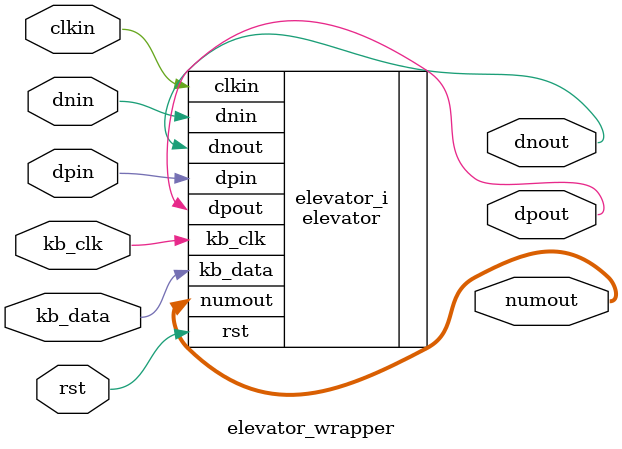
<source format=v>
`timescale 1 ps / 1 ps

module elevator_wrapper
   (clkin,
    dnin,
    dnout,
    dpin,
    dpout,
    kb_clk,
    kb_data,
    numout,
    rst);
  input clkin;
  input dnin;
  output dnout;
  input dpin;
  output dpout;
  input kb_clk;
  input kb_data;
  output [6:0]numout;
  input rst;

  wire clkin;
  wire dnin;
  wire dnout;
  wire dpin;
  wire dpout;
  wire kb_clk;
  wire kb_data;
  wire [6:0]numout;
  wire rst;

  elevator elevator_i
       (.clkin(clkin),
        .dnin(dnin),
        .dnout(dnout),
        .dpin(dpin),
        .dpout(dpout),
        .kb_clk(kb_clk),
        .kb_data(kb_data),
        .numout(numout),
        .rst(rst));
endmodule

</source>
